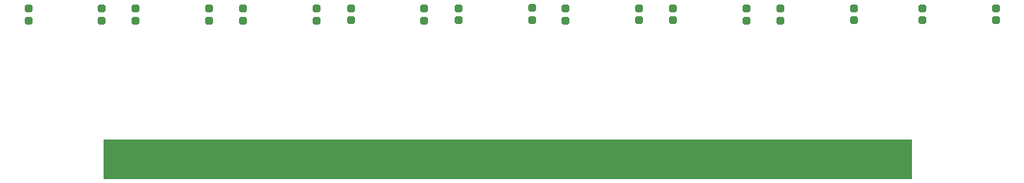
<source format=gbs>
G04 #@! TF.GenerationSoftware,KiCad,Pcbnew,(6.0.0)*
G04 #@! TF.CreationDate,2022-01-26T20:37:23-08:00*
G04 #@! TF.ProjectId,M919_cache,4d393139-5f63-4616-9368-652e6b696361,rev?*
G04 #@! TF.SameCoordinates,Original*
G04 #@! TF.FileFunction,Soldermask,Bot*
G04 #@! TF.FilePolarity,Negative*
%FSLAX46Y46*%
G04 Gerber Fmt 4.6, Leading zero omitted, Abs format (unit mm)*
G04 Created by KiCad (PCBNEW (6.0.0)) date 2022-01-26 20:37:23*
%MOMM*%
%LPD*%
G01*
G04 APERTURE LIST*
G04 Aperture macros list*
%AMRoundRect*
0 Rectangle with rounded corners*
0 $1 Rounding radius*
0 $2 $3 $4 $5 $6 $7 $8 $9 X,Y pos of 4 corners*
0 Add a 4 corners polygon primitive as box body*
4,1,4,$2,$3,$4,$5,$6,$7,$8,$9,$2,$3,0*
0 Add four circle primitives for the rounded corners*
1,1,$1+$1,$2,$3*
1,1,$1+$1,$4,$5*
1,1,$1+$1,$6,$7*
1,1,$1+$1,$8,$9*
0 Add four rect primitives between the rounded corners*
20,1,$1+$1,$2,$3,$4,$5,0*
20,1,$1+$1,$4,$5,$6,$7,0*
20,1,$1+$1,$6,$7,$8,$9,0*
20,1,$1+$1,$8,$9,$2,$3,0*%
G04 Aperture macros list end*
%ADD10C,0.100000*%
%ADD11RoundRect,0.268750X-0.256250X0.218750X-0.256250X-0.218750X0.256250X-0.218750X0.256250X0.218750X0*%
%ADD12RoundRect,0.268750X0.256250X-0.218750X0.256250X0.218750X-0.256250X0.218750X-0.256250X-0.218750X0*%
G04 APERTURE END LIST*
D10*
X233521000Y-126140000D02*
X128521000Y-126140000D01*
X128521000Y-126140000D02*
X128521000Y-121060000D01*
X128521000Y-121060000D02*
X233521000Y-121060000D01*
X233521000Y-121060000D02*
X233521000Y-126140000D01*
G36*
X233521000Y-126140000D02*
G01*
X128521000Y-126140000D01*
X128521000Y-121060000D01*
X233521000Y-121060000D01*
X233521000Y-126140000D01*
G37*
X233521000Y-126140000D02*
X128521000Y-126140000D01*
X128521000Y-121060000D01*
X233521000Y-121060000D01*
X233521000Y-126140000D01*
D11*
X118745000Y-103987500D03*
X118745000Y-105562500D03*
D12*
X128270000Y-105562500D03*
X128270000Y-103987500D03*
D11*
X132651500Y-103987500D03*
X132651500Y-105562500D03*
D12*
X142240000Y-105562500D03*
X142240000Y-103987500D03*
D11*
X146621500Y-103987500D03*
X146621500Y-105562500D03*
D12*
X156210000Y-105562500D03*
X156210000Y-103987500D03*
D11*
X160655000Y-103962000D03*
X160655000Y-105537000D03*
D12*
X170180000Y-105562500D03*
X170180000Y-103987500D03*
D11*
X174625000Y-103962000D03*
X174625000Y-105537000D03*
X184213500Y-103924000D03*
X184213500Y-105499000D03*
D12*
X188531500Y-105562500D03*
X188531500Y-103987500D03*
X202501500Y-105524500D03*
X202501500Y-103949500D03*
D11*
X212090000Y-103987500D03*
X212090000Y-105562500D03*
D12*
X216471500Y-105562500D03*
X216471500Y-103987500D03*
D11*
X226060000Y-103962000D03*
X226060000Y-105537000D03*
D12*
X234950000Y-105524500D03*
X234950000Y-103949500D03*
D11*
X244475000Y-103949500D03*
X244475000Y-105524500D03*
X198120000Y-103962000D03*
X198120000Y-105537000D03*
M02*

</source>
